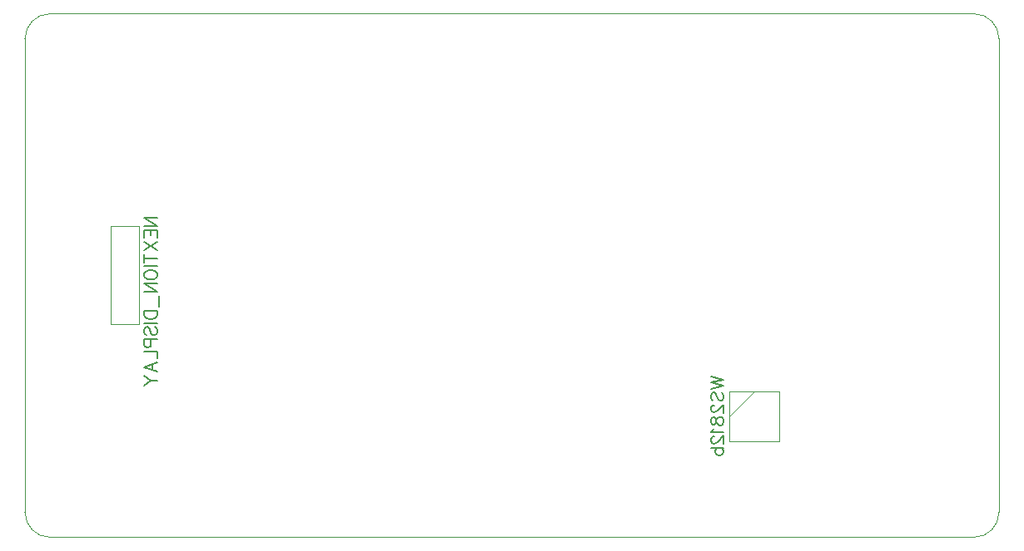
<source format=gbr>
G04 DipTrace 4.2.0.1*
G04 BottomSilk.gbr*
%MOMM*%
G04 #@! TF.FileFunction,Legend,Bot*
G04 #@! TF.Part,Single*
%ADD10C,0.12*%
%ADD54C,0.19608*%
%FSLAX35Y35*%
G04*
G71*
G90*
G75*
G01*
G04 BotSilk*
%LPD*%
X10681000Y6372250D2*
D10*
X1283000D1*
X1029000Y6118250D2*
G02X1283000Y6372250I253995J5D01*
G01*
Y1038250D2*
G02X1029000Y1292250I-5J253995D01*
G01*
X10935000D2*
G02X10681000Y1038250I-253995J-5D01*
G01*
Y6372250D2*
G02X10935000Y6118250I5J-253995D01*
G01*
X1029000D2*
Y1292250D1*
X1283000Y1038250D2*
X10681000D1*
X10935000Y1292250D2*
Y6118250D1*
X8191378Y2015995D2*
X8699378Y2016005D1*
X8699369Y2524005D1*
X8191369Y2523995D1*
X8191378Y2015995D1*
X8445369Y2524000D2*
X8191373Y2269995D1*
X1904873Y4206750D2*
X2190627D1*
Y3206623D1*
X1904873D1*
Y4206750D1*
X2243420Y4205338D2*
D54*
X2371030D1*
X2243420Y4290411D1*
X2371030D1*
X2243420Y4087226D2*
Y4166122D1*
X2371030D1*
Y4087226D1*
X2304207Y4166122D2*
Y4117549D1*
X2243420Y4048010D2*
X2371030Y3962937D1*
X2243420D2*
X2371030Y4048010D1*
X2243420Y3881185D2*
X2371030D1*
X2243420Y3923722D2*
Y3838649D1*
Y3799433D2*
X2371030D1*
X2243420Y3723717D2*
X2249457Y3735931D1*
X2261670Y3748004D1*
X2273743Y3754181D1*
X2291993Y3760217D1*
X2322457D1*
X2340566Y3754181D1*
X2352780Y3748004D1*
X2364853Y3735931D1*
X2371030Y3723717D1*
Y3699431D1*
X2364853Y3687358D1*
X2352780Y3675144D1*
X2340566Y3669108D1*
X2322457Y3663071D1*
X2291993D1*
X2273743Y3669108D1*
X2261670Y3675144D1*
X2249457Y3687358D1*
X2243420Y3699431D1*
Y3723717D1*
Y3538782D2*
X2371030D1*
X2243420Y3623855D1*
X2371030D1*
X2392087Y3499567D2*
Y3384170D1*
X2243420Y3344955D2*
X2371030D1*
Y3302418D1*
X2364853Y3284168D1*
X2352780Y3271955D1*
X2340566Y3265918D1*
X2322457Y3259882D1*
X2291993D1*
X2273743Y3265918D1*
X2261670Y3271955D1*
X2249457Y3284168D1*
X2243420Y3302418D1*
Y3344955D1*
Y3220666D2*
X2371030D1*
X2261670Y3096377D2*
X2249457Y3108450D1*
X2243420Y3126700D1*
Y3150987D1*
X2249457Y3169237D1*
X2261670Y3181450D1*
X2273743D1*
X2285957Y3175273D1*
X2291993Y3169237D1*
X2298030Y3157164D1*
X2310243Y3120664D1*
X2316280Y3108450D1*
X2322457Y3102414D1*
X2334530Y3096377D1*
X2352780D1*
X2364853Y3108450D1*
X2371030Y3126700D1*
Y3150987D1*
X2364853Y3169237D1*
X2352780Y3181450D1*
X2310243Y3057161D2*
Y3002411D1*
X2304207Y2984302D1*
X2298030Y2978125D1*
X2285957Y2972088D1*
X2267707D1*
X2255634Y2978125D1*
X2249457Y2984302D1*
X2243420Y3002411D1*
Y3057161D1*
X2371030D1*
X2243420Y2932873D2*
X2371030D1*
Y2860013D1*
Y2723511D2*
X2243420Y2772224D1*
X2371030Y2820797D1*
X2328493Y2802547D2*
Y2741761D1*
X2243420Y2684295D2*
X2304207Y2635722D1*
X2371030D1*
X2243420Y2587149D2*
X2304207Y2635722D1*
X8005379Y2675163D2*
X8132990Y2644702D1*
X8005380Y2614376D1*
X8132991Y2584056D1*
X8005382Y2553590D1*
X8023634Y2429302D2*
X8011420Y2441374D1*
X8005383Y2459624D1*
Y2483911D1*
X8011419Y2502161D1*
X8023632Y2514375D1*
X8035705D1*
X8047919Y2508198D1*
X8053956Y2502162D1*
X8059992Y2490089D1*
X8072207Y2453589D1*
X8078243Y2441376D1*
X8084420Y2435339D1*
X8096494Y2429303D1*
X8114744D1*
X8126816Y2441376D1*
X8132993Y2459627D1*
X8132992Y2483913D1*
X8126815Y2502163D1*
X8114742Y2514376D1*
X8035848Y2383909D2*
X8029812D1*
X8017598Y2377872D1*
X8011562Y2371836D1*
X8005526Y2359622D1*
Y2335335D1*
X8011563Y2323263D1*
X8017599Y2317226D1*
X8029813Y2311049D1*
X8041886Y2311050D1*
X8054099Y2317227D1*
X8072209Y2329300D1*
X8132994Y2390088D1*
X8132996Y2305015D1*
X8005528Y2235474D2*
X8011564Y2253583D1*
X8023637Y2259761D1*
X8035850D1*
X8047924Y2253584D1*
X8054101Y2241511D1*
X8060138Y2217225D1*
X8066175Y2198975D1*
X8078388Y2186902D1*
X8090462Y2180866D1*
X8108712D1*
X8120784Y2186903D1*
X8126961Y2192939D1*
X8132998Y2211189D1*
X8132997Y2235476D1*
X8126960Y2253585D1*
X8120783Y2259762D1*
X8108710Y2265799D1*
X8090460Y2265798D1*
X8078387Y2259762D1*
X8066174Y2247548D1*
X8060138Y2229438D1*
X8054101Y2205151D1*
X8047925Y2192938D1*
X8035852Y2186901D1*
X8023638D1*
X8011565Y2192937D1*
X8005528Y2211187D1*
Y2235474D1*
X8029816Y2141649D2*
X8023639Y2129435D1*
X8005530Y2111185D1*
X8132999Y2111187D1*
X8035854Y2065793D2*
X8029817D1*
X8017604Y2059756D1*
X8011568Y2053719D1*
X8005531Y2041506D1*
X8005532Y2017219D1*
X8011569Y2005146D1*
X8017605Y1999110D1*
X8029819Y1992933D1*
X8041892D1*
X8054105Y1999110D1*
X8072215Y2011184D1*
X8133000Y2071972D1*
X8133002Y1986898D1*
X8005393Y1947680D2*
X8133002Y1947683D1*
X8066179Y1947682D2*
X8053966Y1935468D1*
X8047930Y1923395D1*
Y1905145D1*
X8053967Y1893072D1*
X8066180Y1880858D1*
X8084431Y1874822D1*
X8096504D1*
X8114754Y1880859D1*
X8126826Y1893073D1*
X8133003Y1905146D1*
Y1923396D1*
X8126826Y1935469D1*
X8114752Y1947682D1*
M02*

</source>
